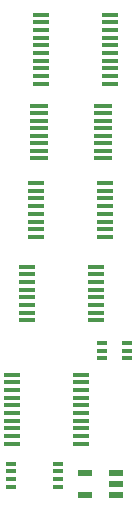
<source format=gtp>
%TF.GenerationSoftware,KiCad,Pcbnew,7.0.5*%
%TF.CreationDate,2024-05-17T10:00:08+02:00*%
%TF.ProjectId,HCP65 MPU Timer,48435036-3520-44d5-9055-2054696d6572,V1*%
%TF.SameCoordinates,PX54c81a0PY37b6b20*%
%TF.FileFunction,Paste,Top*%
%TF.FilePolarity,Positive*%
%FSLAX46Y46*%
G04 Gerber Fmt 4.6, Leading zero omitted, Abs format (unit mm)*
G04 Created by KiCad (PCBNEW 7.0.5) date 2024-05-17 10:00:08*
%MOMM*%
%LPD*%
G01*
G04 APERTURE LIST*
%ADD10R,0.875000X0.450000*%
%ADD11R,1.450000X0.450000*%
%ADD12R,0.950000X0.450000*%
%ADD13R,1.525000X0.430000*%
%ADD14R,1.150000X0.600000*%
%ADD15R,1.475000X0.450000*%
G04 APERTURE END LIST*
D10*
%TO.C,IC11*%
X10749000Y-26655000D03*
X10749000Y-27305000D03*
X10749000Y-27955000D03*
X12873000Y-27955000D03*
X12873000Y-27305000D03*
X12873000Y-26655000D03*
%TD*%
D11*
%TO.C,IC6*%
X4441000Y-20204000D03*
X4441000Y-20854000D03*
X4441000Y-21504000D03*
X4441000Y-22154000D03*
X4441000Y-22804000D03*
X4441000Y-23454000D03*
X4441000Y-24104000D03*
X4441000Y-24754000D03*
X10291000Y-24754000D03*
X10291000Y-24104000D03*
X10291000Y-23454000D03*
X10291000Y-22804000D03*
X10291000Y-22154000D03*
X10291000Y-21504000D03*
X10291000Y-20854000D03*
X10291000Y-20204000D03*
%TD*%
D12*
%TO.C,IC1*%
X3105000Y-36871000D03*
X3105000Y-37521000D03*
X3105000Y-38171000D03*
X3105000Y-38821000D03*
X7055000Y-38821000D03*
X7055000Y-38171000D03*
X7055000Y-37521000D03*
X7055000Y-36871000D03*
%TD*%
D13*
%TO.C,IC7*%
X5416000Y-6598500D03*
X5416000Y-7232500D03*
X5416000Y-7868500D03*
X5416000Y-8502500D03*
X5416000Y-9138500D03*
X5416000Y-9772500D03*
X5416000Y-10408500D03*
X5416000Y-11042500D03*
X10840000Y-11042500D03*
X10840000Y-10408500D03*
X10840000Y-9772500D03*
X10840000Y-9138500D03*
X10840000Y-8502500D03*
X10840000Y-7868500D03*
X10840000Y-7232500D03*
X10840000Y-6598500D03*
%TD*%
D11*
%TO.C,IC14*%
X5203000Y-13130263D03*
X5203000Y-13780263D03*
X5203000Y-14430263D03*
X5203000Y-15080263D03*
X5203000Y-15730263D03*
X5203000Y-16380263D03*
X5203000Y-17030263D03*
X5203000Y-17680263D03*
X11053000Y-17680263D03*
X11053000Y-17030263D03*
X11053000Y-16380263D03*
X11053000Y-15730263D03*
X11053000Y-15080263D03*
X11053000Y-14430263D03*
X11053000Y-13780263D03*
X11053000Y-13130263D03*
%TD*%
D14*
%TO.C,IC5*%
X11968000Y-39558000D03*
X11968000Y-38608000D03*
X11968000Y-37658000D03*
X9368000Y-37658000D03*
X9368000Y-39558000D03*
%TD*%
D15*
%TO.C,IC2*%
X5606115Y1139131D03*
X5606115Y489131D03*
X5606115Y-160869D03*
X5606115Y-810869D03*
X5606115Y-1460869D03*
X5606115Y-2110869D03*
X5606115Y-2760869D03*
X5606115Y-3410869D03*
X5606115Y-4060869D03*
X5606115Y-4710869D03*
X11482115Y-4710869D03*
X11482115Y-4060869D03*
X11482115Y-3410869D03*
X11482115Y-2760869D03*
X11482115Y-2110869D03*
X11482115Y-1460869D03*
X11482115Y-810869D03*
X11482115Y-160869D03*
X11482115Y489131D03*
X11482115Y1139131D03*
%TD*%
%TO.C,IC9*%
X9034000Y-35183000D03*
X9034000Y-34533000D03*
X9034000Y-33883000D03*
X9034000Y-33233000D03*
X9034000Y-32583000D03*
X9034000Y-31933000D03*
X9034000Y-31283000D03*
X9034000Y-30633000D03*
X9034000Y-29983000D03*
X9034000Y-29333000D03*
X3158000Y-29333000D03*
X3158000Y-29983000D03*
X3158000Y-30633000D03*
X3158000Y-31283000D03*
X3158000Y-31933000D03*
X3158000Y-32583000D03*
X3158000Y-33233000D03*
X3158000Y-33883000D03*
X3158000Y-34533000D03*
X3158000Y-35183000D03*
%TD*%
M02*

</source>
